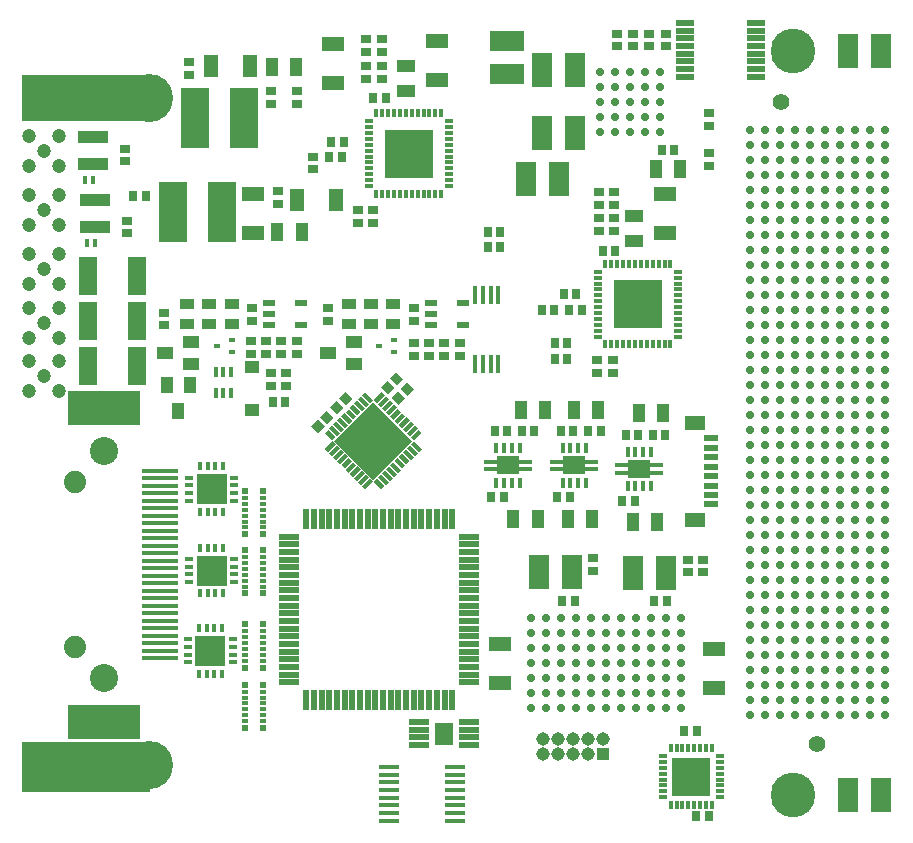
<source format=gts>
G75*
%MOIN*%
%OFA0B0*%
%FSLAX25Y25*%
%IPPOS*%
%LPD*%
%AMOC8*
5,1,8,0,0,1.08239X$1,22.5*
%
%ADD10C,0.04724*%
%ADD11R,0.06220X0.12913*%
%ADD12R,0.04515X0.03815*%
%ADD13R,0.03315X0.03015*%
%ADD14R,0.02295X0.01717*%
%ADD15R,0.04252X0.02480*%
%ADD16R,0.05115X0.03915*%
%ADD17R,0.03015X0.03315*%
%ADD18R,0.01685X0.06024*%
%ADD19R,0.05115X0.07715*%
%ADD20R,0.10315X0.04315*%
%ADD21R,0.09567X0.20394*%
%ADD22R,0.04115X0.06315*%
%ADD23R,0.05827X0.04252*%
%ADD24R,0.04252X0.05827*%
%ADD25R,0.07715X0.05115*%
%ADD26C,0.02815*%
%ADD27R,0.06815X0.11315*%
%ADD28R,0.01693X0.02677*%
%ADD29C,0.16063*%
%ADD30R,0.42520X0.16732*%
%ADD31R,0.42520X0.15748*%
%ADD32C,0.07402*%
%ADD33C,0.09370*%
%ADD34R,0.23937X0.11339*%
%ADD35R,0.12126X0.01634*%
%ADD36R,0.06855X0.02015*%
%ADD37R,0.02015X0.06855*%
%ADD38R,0.01693X0.03661*%
%ADD39C,0.02795*%
%ADD40R,0.02283X0.01299*%
%ADD41R,0.02283X0.01988*%
%ADD42R,0.07205X0.06220*%
%ADD43R,0.05059X0.01417*%
%ADD44R,0.01496X0.03680*%
%ADD45R,0.18425X0.18425*%
%ADD46C,0.14915*%
%ADD47C,0.05515*%
%ADD48R,0.06122X0.02087*%
%ADD49R,0.12520X0.12520*%
%ADD50R,0.02677X0.01299*%
%ADD51R,0.01299X0.02677*%
%ADD52R,0.06614X0.01496*%
%ADD53R,0.06614X0.01890*%
%ADD54R,0.06496X0.07756*%
%ADD55R,0.10157X0.10157*%
%ADD56R,0.03015X0.01614*%
%ADD57R,0.01614X0.03015*%
%ADD58R,0.11315X0.06815*%
%ADD59R,0.01260X0.02677*%
%ADD60R,0.16457X0.16457*%
%ADD61R,0.02677X0.01260*%
%ADD62R,0.06315X0.04115*%
%ADD63R,0.04488X0.04488*%
%ADD64C,0.04488*%
%ADD65R,0.04646X0.02283*%
%ADD66R,0.07008X0.05039*%
D10*
X0053283Y0260173D03*
X0058283Y0265173D03*
X0053283Y0270173D03*
X0053283Y0277890D03*
X0058283Y0282890D03*
X0053283Y0287890D03*
X0053283Y0295606D03*
X0058283Y0300606D03*
X0053283Y0305606D03*
X0053283Y0315291D03*
X0058283Y0320291D03*
X0053283Y0325291D03*
X0053283Y0334976D03*
X0058283Y0339976D03*
X0053283Y0344976D03*
X0063283Y0344976D03*
X0063283Y0334976D03*
X0063283Y0325291D03*
X0063283Y0315291D03*
X0063283Y0305606D03*
X0063283Y0295606D03*
X0063283Y0287890D03*
X0063283Y0277890D03*
X0063283Y0270173D03*
X0063283Y0260173D03*
D11*
X0072850Y0268323D03*
X0072850Y0283283D03*
X0072850Y0298244D03*
X0089386Y0298244D03*
X0089386Y0283283D03*
X0089386Y0268323D03*
D12*
X0105921Y0282246D03*
X0105921Y0289046D03*
X0113402Y0289046D03*
X0113402Y0282246D03*
X0120882Y0282246D03*
X0120882Y0289046D03*
X0159858Y0289046D03*
X0159858Y0282246D03*
X0167339Y0282246D03*
X0167339Y0289046D03*
X0174819Y0289046D03*
X0174819Y0282246D03*
D13*
X0181512Y0283546D03*
X0181512Y0287746D03*
X0181512Y0275935D03*
X0181512Y0271735D03*
X0186630Y0271735D03*
X0186630Y0275935D03*
X0191748Y0275935D03*
X0191748Y0271735D03*
X0196866Y0271735D03*
X0196866Y0275935D03*
X0168126Y0316223D03*
X0168126Y0320423D03*
X0163008Y0320423D03*
X0163008Y0316223D03*
X0153165Y0287746D03*
X0153165Y0283546D03*
X0142535Y0276722D03*
X0142535Y0272522D03*
X0137417Y0272522D03*
X0137417Y0276722D03*
X0132299Y0276722D03*
X0132299Y0272522D03*
X0133874Y0266092D03*
X0133874Y0261892D03*
X0138992Y0261892D03*
X0138992Y0266092D03*
X0127575Y0283546D03*
X0127575Y0287746D03*
X0127181Y0276722D03*
X0127181Y0272522D03*
X0136236Y0322522D03*
X0136236Y0326722D03*
X0133980Y0355795D03*
X0133980Y0359995D03*
X0142727Y0359997D03*
X0142727Y0355797D03*
X0148047Y0338139D03*
X0148047Y0333939D03*
X0165721Y0364096D03*
X0165721Y0368296D03*
X0165721Y0373096D03*
X0165721Y0377296D03*
X0171040Y0377296D03*
X0171040Y0373096D03*
X0171040Y0368296D03*
X0171040Y0364096D03*
X0106709Y0365435D03*
X0106709Y0369635D03*
X0085449Y0340895D03*
X0085449Y0336695D03*
X0085843Y0316880D03*
X0085843Y0312680D03*
X0098441Y0286171D03*
X0098441Y0281971D03*
X0242535Y0270423D03*
X0242535Y0266223D03*
X0248047Y0266223D03*
X0248047Y0270423D03*
X0248441Y0313467D03*
X0248441Y0317667D03*
X0248441Y0322128D03*
X0248441Y0326328D03*
X0243323Y0326328D03*
X0243323Y0322128D03*
X0243323Y0317667D03*
X0243323Y0313467D03*
X0249332Y0374976D03*
X0249332Y0379176D03*
X0254745Y0379176D03*
X0254745Y0374976D03*
X0260159Y0374976D03*
X0260159Y0379176D03*
X0265572Y0379176D03*
X0265572Y0374976D03*
X0279937Y0352706D03*
X0279937Y0348506D03*
X0279937Y0339320D03*
X0279937Y0335120D03*
X0277969Y0203887D03*
X0277969Y0199687D03*
X0272850Y0199687D03*
X0272850Y0203887D03*
X0241354Y0204281D03*
X0241354Y0200081D03*
D14*
X0175018Y0273016D03*
X0175018Y0277016D03*
X0169896Y0275016D03*
X0121081Y0277016D03*
X0121081Y0273016D03*
X0115959Y0275016D03*
D15*
X0133283Y0281906D03*
X0133283Y0285646D03*
X0133283Y0289386D03*
X0143913Y0289386D03*
X0143913Y0281906D03*
X0187220Y0281906D03*
X0187220Y0285646D03*
X0187220Y0289386D03*
X0197850Y0289386D03*
X0197850Y0281906D03*
D16*
X0127575Y0267929D03*
X0127575Y0253756D03*
D17*
X0134530Y0256512D03*
X0138730Y0256512D03*
G36*
X0151949Y0248228D02*
X0149818Y0246097D01*
X0147475Y0248440D01*
X0149606Y0250571D01*
X0151949Y0248228D01*
G37*
G36*
X0154919Y0251198D02*
X0152788Y0249067D01*
X0150445Y0251410D01*
X0152576Y0253541D01*
X0154919Y0251198D01*
G37*
G36*
X0153774Y0254739D02*
X0155905Y0256870D01*
X0158248Y0254527D01*
X0156117Y0252396D01*
X0153774Y0254739D01*
G37*
G36*
X0156744Y0257709D02*
X0158875Y0259840D01*
X0161218Y0257497D01*
X0159087Y0255366D01*
X0156744Y0257709D01*
G37*
G36*
X0175177Y0261220D02*
X0173046Y0259089D01*
X0170703Y0261432D01*
X0172834Y0263563D01*
X0175177Y0261220D01*
G37*
G36*
X0178147Y0264190D02*
X0176016Y0262059D01*
X0173673Y0264402D01*
X0175804Y0266533D01*
X0178147Y0264190D01*
G37*
G36*
X0181690Y0260647D02*
X0179559Y0258516D01*
X0177216Y0260859D01*
X0179347Y0262990D01*
X0181690Y0260647D01*
G37*
G36*
X0178721Y0257677D02*
X0176590Y0255546D01*
X0174247Y0257889D01*
X0176378Y0260020D01*
X0178721Y0257677D01*
G37*
X0157517Y0338010D03*
X0153317Y0338010D03*
X0154104Y0343128D03*
X0158304Y0343128D03*
X0167994Y0357693D03*
X0172194Y0357693D03*
X0206183Y0313205D03*
X0210383Y0313205D03*
X0210383Y0308087D03*
X0206183Y0308087D03*
X0224294Y0287220D03*
X0228494Y0287220D03*
X0233349Y0287220D03*
X0237549Y0287220D03*
X0235777Y0292339D03*
X0231577Y0292339D03*
X0232824Y0276197D03*
X0228624Y0276197D03*
X0228624Y0270685D03*
X0232824Y0270685D03*
X0234793Y0246669D03*
X0230593Y0246669D03*
X0221801Y0246669D03*
X0217601Y0246669D03*
X0212746Y0246669D03*
X0208546Y0246669D03*
X0207365Y0224622D03*
X0211565Y0224622D03*
X0229412Y0224622D03*
X0233612Y0224622D03*
X0239648Y0246669D03*
X0243848Y0246669D03*
X0252246Y0245488D03*
X0256446Y0245488D03*
X0261302Y0245488D03*
X0265502Y0245488D03*
X0255265Y0223441D03*
X0251065Y0223441D03*
X0261695Y0189976D03*
X0265895Y0189976D03*
X0271774Y0146748D03*
X0275974Y0146748D03*
X0275672Y0118244D03*
X0279872Y0118244D03*
X0235187Y0189976D03*
X0230987Y0189976D03*
X0244569Y0306669D03*
X0248769Y0306669D03*
X0264259Y0340560D03*
X0268459Y0340560D03*
X0092273Y0325016D03*
X0088073Y0325016D03*
D18*
X0202091Y0292142D03*
X0204650Y0292142D03*
X0207209Y0292142D03*
X0209768Y0292142D03*
X0209768Y0268913D03*
X0207209Y0268913D03*
X0204650Y0268913D03*
X0202091Y0268913D03*
D19*
X0155728Y0323835D03*
X0142728Y0323835D03*
X0126988Y0368323D03*
X0113988Y0368323D03*
D20*
X0074819Y0344870D03*
X0074819Y0335870D03*
X0075213Y0323610D03*
X0075213Y0314610D03*
D21*
X0101295Y0319898D03*
X0108776Y0351000D03*
X0117634Y0319898D03*
X0125114Y0351000D03*
D22*
X0134210Y0368033D03*
X0142410Y0368033D03*
X0144273Y0313205D03*
X0136073Y0313205D03*
X0214813Y0217535D03*
X0223013Y0217535D03*
X0232924Y0217535D03*
X0241124Y0217535D03*
X0254577Y0216354D03*
X0262777Y0216354D03*
X0264746Y0252575D03*
X0256546Y0252575D03*
X0243092Y0253756D03*
X0234892Y0253756D03*
X0225376Y0253756D03*
X0217176Y0253756D03*
X0262259Y0334064D03*
X0270459Y0334064D03*
D23*
X0161827Y0276394D03*
X0161827Y0268913D03*
X0153165Y0272654D03*
X0107496Y0276394D03*
X0107496Y0268913D03*
X0098835Y0272654D03*
D24*
X0099425Y0261925D03*
X0106905Y0261925D03*
X0103165Y0253264D03*
D25*
X0127969Y0312610D03*
X0127969Y0325610D03*
X0154637Y0362814D03*
X0154637Y0375814D03*
X0189189Y0376791D03*
X0189189Y0363791D03*
X0210252Y0175610D03*
X0210252Y0162610D03*
X0265173Y0312610D03*
X0265173Y0325610D03*
X0281512Y0174035D03*
X0281512Y0161035D03*
D26*
X0293657Y0161925D03*
X0293657Y0156925D03*
X0293657Y0151925D03*
X0298657Y0151925D03*
X0298657Y0156925D03*
X0298657Y0161925D03*
X0298657Y0166925D03*
X0293657Y0166925D03*
X0293657Y0171925D03*
X0293657Y0176925D03*
X0293657Y0181925D03*
X0293657Y0186925D03*
X0293657Y0191925D03*
X0293657Y0196925D03*
X0293657Y0201925D03*
X0293657Y0206925D03*
X0293657Y0211925D03*
X0293657Y0216925D03*
X0293657Y0221925D03*
X0293657Y0226925D03*
X0293657Y0231925D03*
X0293657Y0236925D03*
X0293657Y0241925D03*
X0293657Y0246925D03*
X0293657Y0251925D03*
X0293657Y0256925D03*
X0293657Y0261925D03*
X0293657Y0266925D03*
X0293657Y0271925D03*
X0293657Y0276925D03*
X0293657Y0281925D03*
X0293657Y0286925D03*
X0293657Y0291925D03*
X0293657Y0296925D03*
X0293657Y0301925D03*
X0293657Y0306925D03*
X0293657Y0311925D03*
X0293657Y0316925D03*
X0293657Y0321925D03*
X0293657Y0326925D03*
X0293657Y0331925D03*
X0293657Y0336925D03*
X0293657Y0341925D03*
X0293657Y0346925D03*
X0298657Y0346925D03*
X0298657Y0341925D03*
X0298657Y0336925D03*
X0298657Y0331925D03*
X0298657Y0326925D03*
X0298657Y0321925D03*
X0298657Y0316925D03*
X0298657Y0311925D03*
X0298657Y0306925D03*
X0298657Y0301925D03*
X0298657Y0296925D03*
X0298657Y0291925D03*
X0298657Y0286925D03*
X0298657Y0281925D03*
X0298657Y0276925D03*
X0298657Y0271925D03*
X0298657Y0266925D03*
X0298657Y0261925D03*
X0298657Y0256925D03*
X0298657Y0251925D03*
X0298657Y0246925D03*
X0298657Y0241925D03*
X0298657Y0236925D03*
X0298657Y0231925D03*
X0298657Y0226925D03*
X0298657Y0221925D03*
X0298657Y0216925D03*
X0298657Y0211925D03*
X0298657Y0206925D03*
X0298657Y0201925D03*
X0298657Y0196925D03*
X0298657Y0191925D03*
X0298657Y0186925D03*
X0298657Y0181925D03*
X0298657Y0176925D03*
X0298657Y0171925D03*
X0303657Y0171925D03*
X0303657Y0166925D03*
X0303657Y0161925D03*
X0303657Y0156925D03*
X0303657Y0151925D03*
X0308657Y0151925D03*
X0308657Y0156925D03*
X0308657Y0161925D03*
X0308657Y0166925D03*
X0308657Y0171925D03*
X0308657Y0176925D03*
X0303657Y0176925D03*
X0303657Y0181925D03*
X0303657Y0186925D03*
X0303657Y0191925D03*
X0303657Y0196925D03*
X0303657Y0201925D03*
X0303657Y0206925D03*
X0303657Y0211925D03*
X0303657Y0216925D03*
X0303657Y0221925D03*
X0303657Y0226925D03*
X0303657Y0231925D03*
X0303657Y0236925D03*
X0303657Y0241925D03*
X0303657Y0246925D03*
X0303657Y0251925D03*
X0303657Y0256925D03*
X0303657Y0261925D03*
X0303657Y0266925D03*
X0303657Y0271925D03*
X0303657Y0276925D03*
X0303657Y0281925D03*
X0303657Y0286925D03*
X0303657Y0291925D03*
X0303657Y0296925D03*
X0303657Y0301925D03*
X0303657Y0306925D03*
X0303657Y0311925D03*
X0303657Y0316925D03*
X0303657Y0321925D03*
X0303657Y0326925D03*
X0303657Y0331925D03*
X0303657Y0336925D03*
X0303657Y0341925D03*
X0303657Y0346925D03*
X0308657Y0346925D03*
X0308657Y0341925D03*
X0308657Y0336925D03*
X0308657Y0331925D03*
X0308657Y0326925D03*
X0308657Y0321925D03*
X0308657Y0316925D03*
X0308657Y0311925D03*
X0308657Y0306925D03*
X0308657Y0301925D03*
X0308657Y0296925D03*
X0308657Y0291925D03*
X0308657Y0286925D03*
X0308657Y0281925D03*
X0308657Y0276925D03*
X0308657Y0271925D03*
X0308657Y0266925D03*
X0308657Y0261925D03*
X0308657Y0256925D03*
X0308657Y0251925D03*
X0308657Y0246925D03*
X0308657Y0241925D03*
X0308657Y0236925D03*
X0308657Y0231925D03*
X0308657Y0226925D03*
X0308657Y0221925D03*
X0308657Y0216925D03*
X0308657Y0211925D03*
X0308657Y0206925D03*
X0308657Y0201925D03*
X0308657Y0196925D03*
X0308657Y0191925D03*
X0308657Y0186925D03*
X0308657Y0181925D03*
X0313657Y0181925D03*
X0313657Y0176925D03*
X0313657Y0171925D03*
X0313657Y0166925D03*
X0313657Y0161925D03*
X0313657Y0156925D03*
X0313657Y0151925D03*
X0318657Y0151925D03*
X0318657Y0156925D03*
X0318657Y0161925D03*
X0318657Y0166925D03*
X0318657Y0171925D03*
X0318657Y0176925D03*
X0318657Y0181925D03*
X0318657Y0186925D03*
X0313657Y0186925D03*
X0313657Y0191925D03*
X0313657Y0196925D03*
X0313657Y0201925D03*
X0313657Y0206925D03*
X0313657Y0211925D03*
X0313657Y0216925D03*
X0313657Y0221925D03*
X0313657Y0226925D03*
X0313657Y0231925D03*
X0313657Y0236925D03*
X0313657Y0241925D03*
X0313657Y0246925D03*
X0313657Y0251925D03*
X0313657Y0256925D03*
X0313657Y0261925D03*
X0313657Y0266925D03*
X0313657Y0271925D03*
X0313657Y0276925D03*
X0313657Y0281925D03*
X0313657Y0286925D03*
X0313657Y0291925D03*
X0313657Y0296925D03*
X0313657Y0301925D03*
X0313657Y0306925D03*
X0313657Y0311925D03*
X0313657Y0316925D03*
X0313657Y0321925D03*
X0313657Y0326925D03*
X0313657Y0331925D03*
X0313657Y0336925D03*
X0313657Y0341925D03*
X0313657Y0346925D03*
X0318657Y0346925D03*
X0318657Y0341925D03*
X0318657Y0336925D03*
X0318657Y0331925D03*
X0318657Y0326925D03*
X0318657Y0321925D03*
X0318657Y0316925D03*
X0318657Y0311925D03*
X0318657Y0306925D03*
X0318657Y0301925D03*
X0318657Y0296925D03*
X0318657Y0291925D03*
X0318657Y0286925D03*
X0318657Y0281925D03*
X0318657Y0276925D03*
X0318657Y0271925D03*
X0318657Y0266925D03*
X0318657Y0261925D03*
X0318657Y0256925D03*
X0318657Y0251925D03*
X0318657Y0246925D03*
X0318657Y0241925D03*
X0318657Y0236925D03*
X0318657Y0231925D03*
X0318657Y0226925D03*
X0318657Y0221925D03*
X0318657Y0216925D03*
X0318657Y0211925D03*
X0318657Y0206925D03*
X0318657Y0201925D03*
X0318657Y0196925D03*
X0318657Y0191925D03*
X0323657Y0191925D03*
X0323657Y0186925D03*
X0323657Y0181925D03*
X0323657Y0176925D03*
X0323657Y0171925D03*
X0323657Y0166925D03*
X0323657Y0161925D03*
X0323657Y0156925D03*
X0323657Y0151925D03*
X0328657Y0151925D03*
X0328657Y0156925D03*
X0328657Y0161925D03*
X0328657Y0166925D03*
X0328657Y0171925D03*
X0328657Y0176925D03*
X0328657Y0181925D03*
X0328657Y0186925D03*
X0328657Y0191925D03*
X0328657Y0196925D03*
X0323657Y0196925D03*
X0323657Y0201925D03*
X0323657Y0206925D03*
X0323657Y0211925D03*
X0323657Y0216925D03*
X0323657Y0221925D03*
X0323657Y0226925D03*
X0323657Y0231925D03*
X0323657Y0236925D03*
X0323657Y0241925D03*
X0323657Y0246925D03*
X0323657Y0251925D03*
X0323657Y0256925D03*
X0323657Y0261925D03*
X0323657Y0266925D03*
X0323657Y0271925D03*
X0323657Y0276925D03*
X0323657Y0281925D03*
X0323657Y0286925D03*
X0323657Y0291925D03*
X0323657Y0296925D03*
X0323657Y0301925D03*
X0323657Y0306925D03*
X0323657Y0311925D03*
X0323657Y0316925D03*
X0323657Y0321925D03*
X0323657Y0326925D03*
X0323657Y0331925D03*
X0323657Y0336925D03*
X0323657Y0341925D03*
X0323657Y0346925D03*
X0328657Y0346925D03*
X0328657Y0341925D03*
X0328657Y0336925D03*
X0328657Y0331925D03*
X0328657Y0326925D03*
X0328657Y0321925D03*
X0328657Y0316925D03*
X0328657Y0311925D03*
X0328657Y0306925D03*
X0328657Y0301925D03*
X0328657Y0296925D03*
X0328657Y0291925D03*
X0328657Y0286925D03*
X0328657Y0281925D03*
X0328657Y0276925D03*
X0328657Y0271925D03*
X0328657Y0266925D03*
X0328657Y0261925D03*
X0328657Y0256925D03*
X0328657Y0251925D03*
X0328657Y0246925D03*
X0328657Y0241925D03*
X0328657Y0236925D03*
X0328657Y0231925D03*
X0328657Y0226925D03*
X0328657Y0221925D03*
X0328657Y0216925D03*
X0328657Y0211925D03*
X0328657Y0206925D03*
X0328657Y0201925D03*
X0333657Y0201925D03*
X0333657Y0196925D03*
X0333657Y0191925D03*
X0333657Y0186925D03*
X0333657Y0181925D03*
X0333657Y0176925D03*
X0333657Y0171925D03*
X0333657Y0166925D03*
X0333657Y0161925D03*
X0333657Y0156925D03*
X0333657Y0151925D03*
X0338657Y0151925D03*
X0338657Y0156925D03*
X0338657Y0161925D03*
X0338657Y0166925D03*
X0338657Y0171925D03*
X0338657Y0176925D03*
X0338657Y0181925D03*
X0338657Y0186925D03*
X0338657Y0191925D03*
X0338657Y0196925D03*
X0338657Y0201925D03*
X0338657Y0206925D03*
X0333657Y0206925D03*
X0333657Y0211925D03*
X0333657Y0216925D03*
X0333657Y0221925D03*
X0333657Y0226925D03*
X0333657Y0231925D03*
X0333657Y0236925D03*
X0333657Y0241925D03*
X0333657Y0246925D03*
X0333657Y0251925D03*
X0333657Y0256925D03*
X0333657Y0261925D03*
X0333657Y0266925D03*
X0333657Y0271925D03*
X0333657Y0276925D03*
X0333657Y0281925D03*
X0333657Y0286925D03*
X0333657Y0291925D03*
X0333657Y0296925D03*
X0333657Y0301925D03*
X0333657Y0306925D03*
X0333657Y0311925D03*
X0333657Y0316925D03*
X0333657Y0321925D03*
X0333657Y0326925D03*
X0333657Y0331925D03*
X0333657Y0336925D03*
X0333657Y0341925D03*
X0333657Y0346925D03*
X0338657Y0346925D03*
X0338657Y0341925D03*
X0338657Y0336925D03*
X0338657Y0331925D03*
X0338657Y0326925D03*
X0338657Y0321925D03*
X0338657Y0316925D03*
X0338657Y0311925D03*
X0338657Y0306925D03*
X0338657Y0301925D03*
X0338657Y0296925D03*
X0338657Y0291925D03*
X0338657Y0286925D03*
X0338657Y0281925D03*
X0338657Y0276925D03*
X0338657Y0271925D03*
X0338657Y0266925D03*
X0338657Y0261925D03*
X0338657Y0256925D03*
X0338657Y0251925D03*
X0338657Y0246925D03*
X0338657Y0241925D03*
X0338657Y0236925D03*
X0338657Y0231925D03*
X0338657Y0226925D03*
X0338657Y0221925D03*
X0338657Y0216925D03*
X0338657Y0211925D03*
X0263564Y0346406D03*
X0258564Y0346406D03*
X0253564Y0346406D03*
X0248564Y0346406D03*
X0243564Y0346406D03*
X0243564Y0351406D03*
X0248564Y0351406D03*
X0253564Y0351406D03*
X0258564Y0351406D03*
X0263564Y0351406D03*
X0263564Y0356406D03*
X0258564Y0356406D03*
X0253564Y0356406D03*
X0248564Y0356406D03*
X0243564Y0356406D03*
X0243564Y0361406D03*
X0248564Y0361406D03*
X0253564Y0361406D03*
X0258564Y0361406D03*
X0263564Y0361406D03*
X0263564Y0366406D03*
X0258564Y0366406D03*
X0253564Y0366406D03*
X0248564Y0366406D03*
X0243564Y0366406D03*
D27*
X0235437Y0367142D03*
X0224437Y0367142D03*
X0224245Y0345973D03*
X0218925Y0330724D03*
X0229925Y0330724D03*
X0235245Y0345973D03*
X0234256Y0199819D03*
X0223256Y0199819D03*
X0254752Y0199425D03*
X0265752Y0199425D03*
X0326406Y0125409D03*
X0337406Y0125409D03*
X0337406Y0373441D03*
X0326406Y0373441D03*
D28*
X0074524Y0330528D03*
X0071965Y0330528D03*
X0072752Y0309268D03*
X0075311Y0309268D03*
D29*
X0093323Y0357890D03*
X0093323Y0135252D03*
D30*
X0072260Y0134760D03*
D31*
X0072260Y0357890D03*
D32*
X0068520Y0174622D03*
X0068520Y0229740D03*
D33*
X0078362Y0239976D03*
X0078362Y0164386D03*
D34*
X0078362Y0149819D03*
X0078362Y0254543D03*
D35*
X0096866Y0233431D03*
X0096866Y0230931D03*
X0096866Y0228431D03*
X0096866Y0225931D03*
X0096866Y0223431D03*
X0096866Y0220931D03*
X0096866Y0218431D03*
X0096866Y0215931D03*
X0096866Y0213431D03*
X0096866Y0210931D03*
X0096866Y0208431D03*
X0096866Y0205931D03*
X0096866Y0203431D03*
X0096866Y0200931D03*
X0096866Y0198431D03*
X0096866Y0195931D03*
X0096866Y0193431D03*
X0096866Y0190931D03*
X0096866Y0188431D03*
X0096866Y0185931D03*
X0096866Y0183431D03*
X0096866Y0180931D03*
X0096866Y0178431D03*
X0096866Y0175931D03*
X0096866Y0173431D03*
X0096866Y0170931D03*
D36*
X0140075Y0170587D03*
X0140075Y0173146D03*
X0140075Y0175705D03*
X0140075Y0178264D03*
X0140075Y0180823D03*
X0140075Y0183382D03*
X0140075Y0185941D03*
X0140075Y0188500D03*
X0140075Y0191059D03*
X0140075Y0193618D03*
X0140075Y0196177D03*
X0140075Y0198736D03*
X0140075Y0201295D03*
X0140075Y0203854D03*
X0140075Y0206413D03*
X0140075Y0208972D03*
X0140075Y0211531D03*
X0140075Y0168028D03*
X0140075Y0165469D03*
X0140075Y0162909D03*
X0200114Y0162909D03*
X0200114Y0165469D03*
X0200114Y0168028D03*
X0200114Y0170587D03*
X0200114Y0173146D03*
X0200114Y0175705D03*
X0200114Y0178264D03*
X0200114Y0180823D03*
X0200114Y0183382D03*
X0200114Y0185941D03*
X0200114Y0188500D03*
X0200114Y0191059D03*
X0200114Y0193618D03*
X0200114Y0196177D03*
X0200114Y0198736D03*
X0200114Y0201295D03*
X0200114Y0203854D03*
X0200114Y0206413D03*
X0200114Y0208972D03*
X0200114Y0211531D03*
D37*
X0194406Y0217240D03*
X0191846Y0217240D03*
X0189287Y0217240D03*
X0186728Y0217240D03*
X0184169Y0217240D03*
X0181610Y0217240D03*
X0179051Y0217240D03*
X0176492Y0217240D03*
X0173933Y0217240D03*
X0171374Y0217240D03*
X0168815Y0217240D03*
X0166256Y0217240D03*
X0163697Y0217240D03*
X0161138Y0217240D03*
X0158579Y0217240D03*
X0156020Y0217240D03*
X0153461Y0217240D03*
X0150902Y0217240D03*
X0148343Y0217240D03*
X0145783Y0217240D03*
X0145783Y0157201D03*
X0148343Y0157201D03*
X0150902Y0157201D03*
X0153461Y0157201D03*
X0156020Y0157201D03*
X0158579Y0157201D03*
X0161138Y0157201D03*
X0163697Y0157201D03*
X0166256Y0157201D03*
X0168815Y0157201D03*
X0171374Y0157201D03*
X0173933Y0157201D03*
X0176492Y0157201D03*
X0179051Y0157201D03*
X0181610Y0157201D03*
X0184169Y0157201D03*
X0186728Y0157201D03*
X0189287Y0157201D03*
X0191846Y0157201D03*
X0194406Y0157201D03*
D38*
X0209169Y0229445D03*
X0211728Y0229445D03*
X0214287Y0229445D03*
X0216846Y0229445D03*
X0216846Y0241059D03*
X0214287Y0241059D03*
X0211728Y0241059D03*
X0209169Y0241059D03*
X0231217Y0241059D03*
X0233776Y0241059D03*
X0236335Y0241059D03*
X0238894Y0241059D03*
X0238894Y0229445D03*
X0236335Y0229445D03*
X0233776Y0229445D03*
X0231217Y0229445D03*
X0252870Y0228264D03*
X0255429Y0228264D03*
X0257988Y0228264D03*
X0260547Y0228264D03*
X0260547Y0239878D03*
X0257988Y0239878D03*
X0255429Y0239878D03*
X0252870Y0239878D03*
X0120685Y0259268D03*
X0118126Y0259268D03*
X0115567Y0259268D03*
X0115567Y0266354D03*
X0118126Y0266354D03*
X0120685Y0266354D03*
D39*
X0220685Y0184504D03*
X0225685Y0184504D03*
X0230685Y0184504D03*
X0235685Y0184504D03*
X0240685Y0184504D03*
X0240685Y0179504D03*
X0235685Y0179504D03*
X0230685Y0179504D03*
X0225685Y0179504D03*
X0220685Y0179504D03*
X0220685Y0174504D03*
X0225685Y0174504D03*
X0230685Y0174504D03*
X0235685Y0174504D03*
X0240685Y0174504D03*
X0240685Y0169504D03*
X0235685Y0169504D03*
X0230685Y0169504D03*
X0225685Y0169504D03*
X0220685Y0169504D03*
X0220685Y0164504D03*
X0225685Y0164504D03*
X0230685Y0164504D03*
X0235685Y0164504D03*
X0240685Y0164504D03*
X0240685Y0159504D03*
X0235685Y0159504D03*
X0230685Y0159504D03*
X0225685Y0159504D03*
X0220685Y0159504D03*
X0220685Y0154504D03*
X0225685Y0154504D03*
X0230685Y0154504D03*
X0235685Y0154504D03*
X0240685Y0154504D03*
X0245685Y0154504D03*
X0245685Y0159504D03*
X0245685Y0164504D03*
X0245685Y0169504D03*
X0245685Y0174504D03*
X0245685Y0179504D03*
X0245685Y0184504D03*
X0250685Y0184504D03*
X0255685Y0184504D03*
X0260685Y0184504D03*
X0265685Y0184504D03*
X0270685Y0184504D03*
X0270685Y0179504D03*
X0265685Y0179504D03*
X0260685Y0179504D03*
X0255685Y0179504D03*
X0250685Y0179504D03*
X0250685Y0174504D03*
X0255685Y0174504D03*
X0260685Y0174504D03*
X0265685Y0174504D03*
X0270685Y0174504D03*
X0270685Y0169504D03*
X0265685Y0169504D03*
X0260685Y0169504D03*
X0255685Y0169504D03*
X0250685Y0169504D03*
X0250685Y0164504D03*
X0255685Y0164504D03*
X0260685Y0164504D03*
X0265685Y0164504D03*
X0270685Y0164504D03*
X0270685Y0159504D03*
X0265685Y0159504D03*
X0260685Y0159504D03*
X0255685Y0159504D03*
X0250685Y0159504D03*
X0250685Y0154504D03*
X0255685Y0154504D03*
X0260685Y0154504D03*
X0265685Y0154504D03*
X0270685Y0154504D03*
D40*
X0131315Y0153953D03*
X0131315Y0155921D03*
X0131315Y0157890D03*
X0131315Y0159858D03*
X0125409Y0159858D03*
X0125409Y0157890D03*
X0125409Y0155921D03*
X0125409Y0153953D03*
X0125409Y0151984D03*
X0125409Y0150016D03*
X0131315Y0150016D03*
X0131315Y0151984D03*
X0131315Y0170094D03*
X0131315Y0172063D03*
X0131315Y0174031D03*
X0131315Y0176000D03*
X0131315Y0177969D03*
X0131315Y0179937D03*
X0125409Y0179937D03*
X0125409Y0177969D03*
X0125409Y0176000D03*
X0125409Y0174031D03*
X0125409Y0172063D03*
X0125409Y0170094D03*
X0125409Y0194898D03*
X0125409Y0196866D03*
X0125409Y0198835D03*
X0125409Y0200803D03*
X0125409Y0202772D03*
X0125409Y0204740D03*
X0131315Y0204740D03*
X0131315Y0202772D03*
X0131315Y0200803D03*
X0131315Y0198835D03*
X0131315Y0196866D03*
X0131315Y0194898D03*
X0131315Y0214583D03*
X0131315Y0216551D03*
X0131315Y0218520D03*
X0131315Y0220488D03*
X0131315Y0222457D03*
X0131315Y0224425D03*
X0125409Y0224425D03*
X0125409Y0222457D03*
X0125409Y0220488D03*
X0125409Y0218520D03*
X0125409Y0216551D03*
X0125409Y0214583D03*
D41*
X0125409Y0212270D03*
X0125409Y0207053D03*
X0131315Y0207053D03*
X0131315Y0212270D03*
X0131315Y0226738D03*
X0125409Y0226738D03*
X0125409Y0192585D03*
X0131315Y0192585D03*
X0131315Y0182250D03*
X0125409Y0182250D03*
X0125409Y0167781D03*
X0125409Y0162171D03*
X0131315Y0162171D03*
X0131315Y0167781D03*
X0131315Y0147703D03*
X0125409Y0147703D03*
D42*
X0213008Y0235252D03*
X0235055Y0235252D03*
X0256709Y0234071D03*
D43*
X0262417Y0235350D03*
X0262417Y0232791D03*
X0251000Y0232791D03*
X0251000Y0235350D03*
X0240764Y0236531D03*
X0240764Y0233972D03*
X0229346Y0233972D03*
X0229346Y0236531D03*
X0218717Y0236531D03*
X0218717Y0233972D03*
X0207299Y0233972D03*
X0207299Y0236531D03*
D44*
G36*
X0184368Y0240862D02*
X0183311Y0239805D01*
X0180710Y0242406D01*
X0181767Y0243463D01*
X0184368Y0240862D01*
G37*
G36*
X0182976Y0239470D02*
X0181919Y0238413D01*
X0179318Y0241014D01*
X0180375Y0242071D01*
X0182976Y0239470D01*
G37*
G36*
X0181584Y0238078D02*
X0180527Y0237021D01*
X0177926Y0239622D01*
X0178983Y0240679D01*
X0181584Y0238078D01*
G37*
G36*
X0180192Y0236686D02*
X0179135Y0235629D01*
X0176534Y0238230D01*
X0177591Y0239287D01*
X0180192Y0236686D01*
G37*
G36*
X0178800Y0235294D02*
X0177743Y0234237D01*
X0175142Y0236838D01*
X0176199Y0237895D01*
X0178800Y0235294D01*
G37*
G36*
X0177409Y0233902D02*
X0176352Y0232845D01*
X0173751Y0235446D01*
X0174808Y0236503D01*
X0177409Y0233902D01*
G37*
G36*
X0176017Y0232510D02*
X0174960Y0231453D01*
X0172359Y0234054D01*
X0173416Y0235111D01*
X0176017Y0232510D01*
G37*
G36*
X0174625Y0231118D02*
X0173568Y0230061D01*
X0170967Y0232662D01*
X0172024Y0233719D01*
X0174625Y0231118D01*
G37*
G36*
X0173233Y0229726D02*
X0172176Y0228669D01*
X0169575Y0231270D01*
X0170632Y0232327D01*
X0173233Y0229726D01*
G37*
G36*
X0171841Y0228334D02*
X0170784Y0227277D01*
X0168183Y0229878D01*
X0169240Y0230935D01*
X0171841Y0228334D01*
G37*
G36*
X0165468Y0227277D02*
X0164411Y0228334D01*
X0167012Y0230935D01*
X0168069Y0229878D01*
X0165468Y0227277D01*
G37*
G36*
X0164076Y0228669D02*
X0163019Y0229726D01*
X0165620Y0232327D01*
X0166677Y0231270D01*
X0164076Y0228669D01*
G37*
G36*
X0162684Y0230061D02*
X0161627Y0231118D01*
X0164228Y0233719D01*
X0165285Y0232662D01*
X0162684Y0230061D01*
G37*
G36*
X0161292Y0231453D02*
X0160235Y0232510D01*
X0162836Y0235111D01*
X0163893Y0234054D01*
X0161292Y0231453D01*
G37*
G36*
X0159900Y0232845D02*
X0158843Y0233902D01*
X0161444Y0236503D01*
X0162501Y0235446D01*
X0159900Y0232845D01*
G37*
G36*
X0158508Y0234237D02*
X0157451Y0235294D01*
X0160052Y0237895D01*
X0161109Y0236838D01*
X0158508Y0234237D01*
G37*
G36*
X0157117Y0235629D02*
X0156060Y0236686D01*
X0158661Y0239287D01*
X0159718Y0238230D01*
X0157117Y0235629D01*
G37*
G36*
X0155725Y0237021D02*
X0154668Y0238078D01*
X0157269Y0240679D01*
X0158326Y0239622D01*
X0155725Y0237021D01*
G37*
G36*
X0154333Y0238413D02*
X0153276Y0239470D01*
X0155877Y0242071D01*
X0156934Y0241014D01*
X0154333Y0238413D01*
G37*
G36*
X0152941Y0239805D02*
X0151884Y0240862D01*
X0154485Y0243463D01*
X0155542Y0242406D01*
X0152941Y0239805D01*
G37*
G36*
X0155542Y0244633D02*
X0154485Y0243576D01*
X0151884Y0246177D01*
X0152941Y0247234D01*
X0155542Y0244633D01*
G37*
G36*
X0156934Y0246025D02*
X0155877Y0244968D01*
X0153276Y0247569D01*
X0154333Y0248626D01*
X0156934Y0246025D01*
G37*
G36*
X0158326Y0247417D02*
X0157269Y0246360D01*
X0154668Y0248961D01*
X0155725Y0250018D01*
X0158326Y0247417D01*
G37*
G36*
X0159718Y0248809D02*
X0158661Y0247752D01*
X0156060Y0250353D01*
X0157117Y0251410D01*
X0159718Y0248809D01*
G37*
G36*
X0161109Y0250201D02*
X0160052Y0249144D01*
X0157451Y0251745D01*
X0158508Y0252802D01*
X0161109Y0250201D01*
G37*
G36*
X0162501Y0251593D02*
X0161444Y0250536D01*
X0158843Y0253137D01*
X0159900Y0254194D01*
X0162501Y0251593D01*
G37*
G36*
X0163893Y0252985D02*
X0162836Y0251928D01*
X0160235Y0254529D01*
X0161292Y0255586D01*
X0163893Y0252985D01*
G37*
G36*
X0165285Y0254377D02*
X0164228Y0253320D01*
X0161627Y0255921D01*
X0162684Y0256978D01*
X0165285Y0254377D01*
G37*
G36*
X0166677Y0255769D02*
X0165620Y0254712D01*
X0163019Y0257313D01*
X0164076Y0258370D01*
X0166677Y0255769D01*
G37*
G36*
X0168069Y0257161D02*
X0167012Y0256104D01*
X0164411Y0258705D01*
X0165468Y0259762D01*
X0168069Y0257161D01*
G37*
G36*
X0169240Y0256104D02*
X0168183Y0257161D01*
X0170784Y0259762D01*
X0171841Y0258705D01*
X0169240Y0256104D01*
G37*
G36*
X0170632Y0254712D02*
X0169575Y0255769D01*
X0172176Y0258370D01*
X0173233Y0257313D01*
X0170632Y0254712D01*
G37*
G36*
X0172024Y0253320D02*
X0170967Y0254377D01*
X0173568Y0256978D01*
X0174625Y0255921D01*
X0172024Y0253320D01*
G37*
G36*
X0173416Y0251928D02*
X0172359Y0252985D01*
X0174960Y0255586D01*
X0176017Y0254529D01*
X0173416Y0251928D01*
G37*
G36*
X0174808Y0250536D02*
X0173751Y0251593D01*
X0176352Y0254194D01*
X0177409Y0253137D01*
X0174808Y0250536D01*
G37*
G36*
X0176199Y0249144D02*
X0175142Y0250201D01*
X0177743Y0252802D01*
X0178800Y0251745D01*
X0176199Y0249144D01*
G37*
G36*
X0177591Y0247752D02*
X0176534Y0248809D01*
X0179135Y0251410D01*
X0180192Y0250353D01*
X0177591Y0247752D01*
G37*
G36*
X0178983Y0246360D02*
X0177926Y0247417D01*
X0180527Y0250018D01*
X0181584Y0248961D01*
X0178983Y0246360D01*
G37*
G36*
X0180375Y0244968D02*
X0179318Y0246025D01*
X0181919Y0248626D01*
X0182976Y0247569D01*
X0180375Y0244968D01*
G37*
G36*
X0181767Y0243576D02*
X0180710Y0244633D01*
X0183311Y0247234D01*
X0184368Y0246177D01*
X0181767Y0243576D01*
G37*
D45*
G36*
X0168126Y0256547D02*
X0181153Y0243520D01*
X0168126Y0230493D01*
X0155099Y0243520D01*
X0168126Y0256547D01*
G37*
D46*
X0308157Y0373425D03*
X0308157Y0125425D03*
D47*
X0316157Y0142475D03*
X0304150Y0356475D03*
D48*
X0295685Y0364878D03*
X0295685Y0367437D03*
X0295685Y0369996D03*
X0295685Y0372555D03*
X0295685Y0375114D03*
X0295685Y0377673D03*
X0295685Y0380232D03*
X0295685Y0382791D03*
X0272063Y0382791D03*
X0272063Y0380232D03*
X0272063Y0377673D03*
X0272063Y0375114D03*
X0272063Y0372555D03*
X0272063Y0369996D03*
X0272063Y0367437D03*
X0272063Y0364878D03*
D49*
X0274110Y0131551D03*
D50*
X0264661Y0130567D03*
X0264661Y0132535D03*
X0264661Y0134504D03*
X0264661Y0136472D03*
X0264661Y0138441D03*
X0264661Y0128598D03*
X0264661Y0126630D03*
X0264661Y0124661D03*
X0283559Y0124661D03*
X0283559Y0126630D03*
X0283559Y0128598D03*
X0283559Y0130567D03*
X0283559Y0132535D03*
X0283559Y0134504D03*
X0283559Y0136472D03*
X0283559Y0138441D03*
D51*
X0281000Y0141000D03*
X0279031Y0141000D03*
X0277063Y0141000D03*
X0275094Y0141000D03*
X0273126Y0141000D03*
X0271157Y0141000D03*
X0269189Y0141000D03*
X0267220Y0141000D03*
X0267220Y0122102D03*
X0269189Y0122102D03*
X0271157Y0122102D03*
X0273126Y0122102D03*
X0275094Y0122102D03*
X0277063Y0122102D03*
X0279031Y0122102D03*
X0281000Y0122102D03*
D52*
X0195291Y0121965D03*
X0195291Y0124524D03*
X0195291Y0127083D03*
X0195291Y0129642D03*
X0195291Y0132201D03*
X0195291Y0134760D03*
X0195291Y0119406D03*
X0195291Y0116846D03*
X0173244Y0116846D03*
X0173244Y0119406D03*
X0173244Y0121965D03*
X0173244Y0124524D03*
X0173244Y0127083D03*
X0173244Y0129642D03*
X0173244Y0132201D03*
X0173244Y0134760D03*
D53*
X0183480Y0142043D03*
X0183480Y0144602D03*
X0183480Y0147161D03*
X0183480Y0149720D03*
X0200016Y0149720D03*
X0200016Y0147161D03*
X0200016Y0144602D03*
X0200016Y0142043D03*
D54*
X0191748Y0145882D03*
D55*
X0113795Y0173441D03*
X0114189Y0200213D03*
X0114189Y0227378D03*
D56*
X0121769Y0228657D03*
X0121769Y0226098D03*
X0121769Y0223539D03*
X0121769Y0231217D03*
X0121769Y0204051D03*
X0121769Y0201492D03*
X0121769Y0198933D03*
X0121769Y0196374D03*
X0121376Y0177280D03*
X0121376Y0174720D03*
X0121376Y0172161D03*
X0121376Y0169602D03*
X0106215Y0169602D03*
X0106215Y0172161D03*
X0106215Y0174720D03*
X0106215Y0177280D03*
X0106609Y0196374D03*
X0106609Y0198933D03*
X0106609Y0201492D03*
X0106609Y0204051D03*
X0106609Y0223539D03*
X0106609Y0226098D03*
X0106609Y0228657D03*
X0106609Y0231217D03*
D57*
X0110350Y0234958D03*
X0112909Y0234958D03*
X0115469Y0234958D03*
X0118028Y0234958D03*
X0118028Y0219798D03*
X0115469Y0219798D03*
X0112909Y0219798D03*
X0110350Y0219798D03*
X0110350Y0207793D03*
X0112909Y0207793D03*
X0115469Y0207793D03*
X0118028Y0207793D03*
X0118028Y0192632D03*
X0115469Y0192632D03*
X0112909Y0192632D03*
X0110350Y0192632D03*
X0109957Y0181021D03*
X0112516Y0181021D03*
X0115075Y0181021D03*
X0117634Y0181021D03*
X0117634Y0165861D03*
X0115075Y0165861D03*
X0112516Y0165861D03*
X0109957Y0165861D03*
D58*
X0212614Y0365579D03*
X0212614Y0376579D03*
D59*
X0190764Y0352575D03*
X0188795Y0352575D03*
X0186827Y0352575D03*
X0184858Y0352575D03*
X0182890Y0352575D03*
X0180921Y0352575D03*
X0178953Y0352575D03*
X0176984Y0352575D03*
X0175016Y0352575D03*
X0173047Y0352575D03*
X0171079Y0352575D03*
X0169110Y0352575D03*
X0169110Y0325803D03*
X0171079Y0325803D03*
X0173047Y0325803D03*
X0175016Y0325803D03*
X0176984Y0325803D03*
X0178953Y0325803D03*
X0180921Y0325803D03*
X0182890Y0325803D03*
X0184858Y0325803D03*
X0186827Y0325803D03*
X0188795Y0325803D03*
X0190764Y0325803D03*
X0245488Y0302378D03*
X0247457Y0302378D03*
X0249425Y0302378D03*
X0251394Y0302378D03*
X0253362Y0302378D03*
X0255331Y0302378D03*
X0257299Y0302378D03*
X0259268Y0302378D03*
X0261236Y0302378D03*
X0263205Y0302378D03*
X0265173Y0302378D03*
X0267142Y0302378D03*
X0267142Y0275606D03*
X0265173Y0275606D03*
X0263205Y0275606D03*
X0261236Y0275606D03*
X0259268Y0275606D03*
X0257299Y0275606D03*
X0255331Y0275606D03*
X0253362Y0275606D03*
X0251394Y0275606D03*
X0249425Y0275606D03*
X0247457Y0275606D03*
X0245488Y0275606D03*
D60*
X0256315Y0288992D03*
X0179937Y0339189D03*
D61*
X0193323Y0338205D03*
X0193323Y0340173D03*
X0193323Y0342142D03*
X0193323Y0344110D03*
X0193323Y0346079D03*
X0193323Y0348047D03*
X0193323Y0350016D03*
X0193323Y0336236D03*
X0193323Y0334268D03*
X0193323Y0332299D03*
X0193323Y0330331D03*
X0193323Y0328362D03*
X0166551Y0328362D03*
X0166551Y0330331D03*
X0166551Y0332299D03*
X0166551Y0334268D03*
X0166551Y0336236D03*
X0166551Y0338205D03*
X0166551Y0340173D03*
X0166551Y0342142D03*
X0166551Y0344110D03*
X0166551Y0346079D03*
X0166551Y0348047D03*
X0166551Y0350016D03*
X0242929Y0299819D03*
X0242929Y0297850D03*
X0242929Y0295882D03*
X0242929Y0293913D03*
X0242929Y0291945D03*
X0242929Y0289976D03*
X0242929Y0288008D03*
X0242929Y0286039D03*
X0242929Y0284071D03*
X0242929Y0282102D03*
X0242929Y0280134D03*
X0242929Y0278165D03*
X0269701Y0278165D03*
X0269701Y0280134D03*
X0269701Y0282102D03*
X0269701Y0284071D03*
X0269701Y0286039D03*
X0269701Y0288008D03*
X0269701Y0289976D03*
X0269701Y0291945D03*
X0269701Y0293913D03*
X0269701Y0295882D03*
X0269701Y0297850D03*
X0269701Y0299819D03*
D62*
X0254937Y0310089D03*
X0254937Y0318289D03*
X0179150Y0360089D03*
X0179150Y0368289D03*
D63*
X0244533Y0139159D03*
D64*
X0239533Y0139159D03*
X0234533Y0139159D03*
X0229533Y0139159D03*
X0224533Y0139159D03*
X0224533Y0144159D03*
X0229533Y0144159D03*
X0234533Y0144159D03*
X0239533Y0144159D03*
X0244533Y0144159D03*
D65*
X0280724Y0222260D03*
X0280724Y0225409D03*
X0280724Y0228559D03*
X0280724Y0231709D03*
X0280724Y0234858D03*
X0280724Y0238008D03*
X0280724Y0241157D03*
X0280724Y0244307D03*
D66*
X0275213Y0249425D03*
X0275213Y0217142D03*
M02*

</source>
